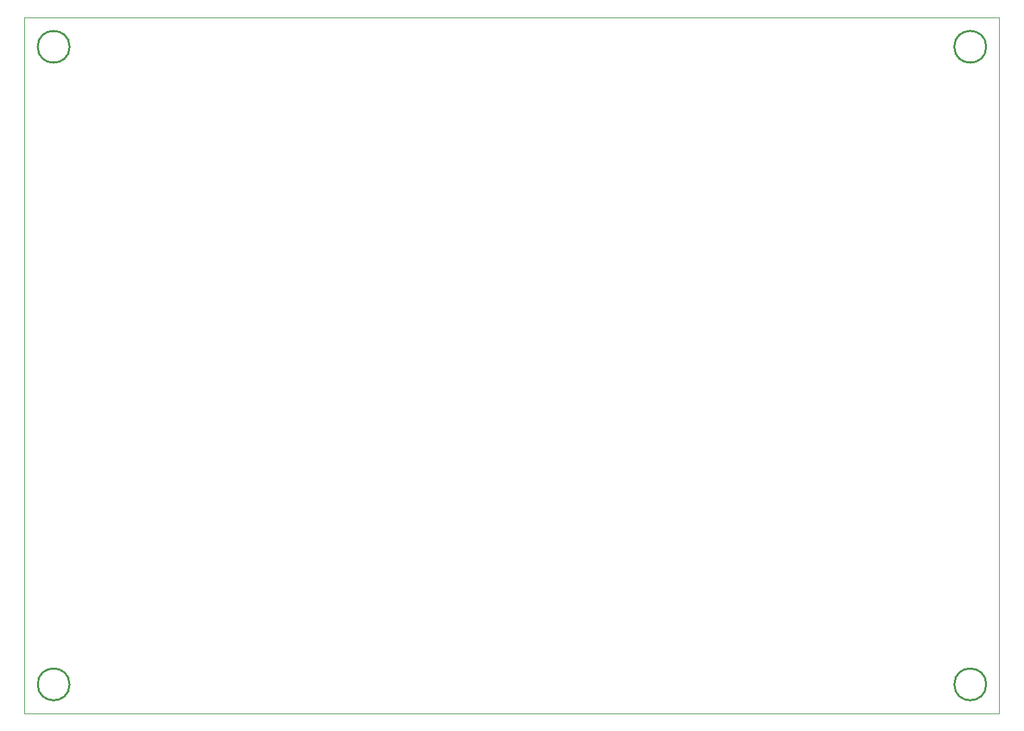
<source format=gko>
G04*
G04 #@! TF.GenerationSoftware,Altium Limited,Altium Designer,19.0.9 (268)*
G04*
G04 Layer_Color=16711935*
%FSLAX25Y25*%
%MOIN*%
G70*
G01*
G75*
%ADD16C,0.00197*%
%ADD18C,0.01000*%
D16*
X0Y0D02*
X482283D01*
Y12D02*
Y344500D01*
X0Y0D02*
Y344488D01*
Y344500D02*
X482283D01*
D18*
X475787Y330118D02*
G03*
X475787Y330118I-7874J0D01*
G01*
Y14370D02*
G03*
X475787Y14370I-7874J0D01*
G01*
X22244Y330118D02*
G03*
X22244Y330118I-7874J0D01*
G01*
Y14370D02*
G03*
X22244Y14370I-7874J0D01*
G01*
M02*

</source>
